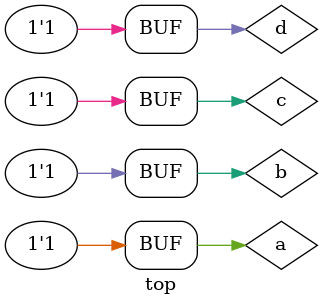
<source format=v>
`default_nettype none
module top();
	reg a, b ,c;
	wire d;
	assign d = c ? a : b;
	initial begin
		    c<=0; a<=0; b<=0;
		#10 c<=0; a<=0; b<=1;
		#10 c<=0; a<=1; b<=0;
		#10 c<=0; a<=1; b<=1;
		#10 c<=1; a<=0; b<=0;
		#10 c<=1; a<=0; b<=1;
		#10 c<=1; a<=1; b<=0;
		#10 c<=1; a<=1; b<=1;
	end
	always@(*) #1 $display("%2d %b %b %b %b", $time, c, a, b, d);
endmodule

</source>
